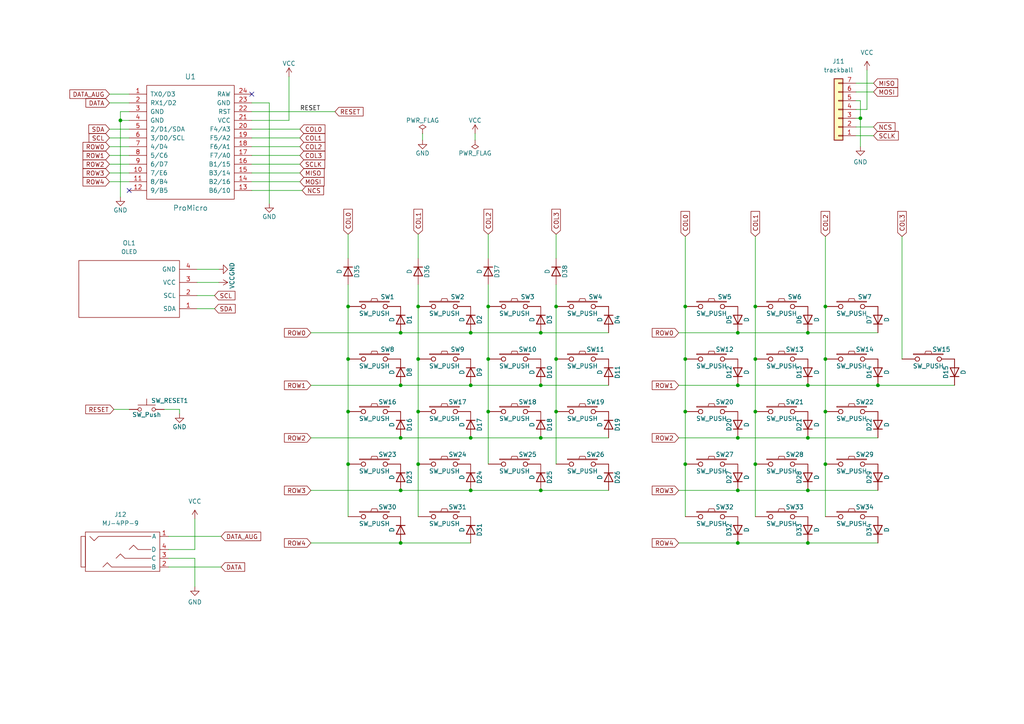
<source format=kicad_sch>
(kicad_sch (version 20230121) (generator eeschema)
  (paper "A4")
  (lib_symbols
    (symbol "Connector_Generic:Conn_01x07" (pin_names (offset 1.016) hide)
      (property "Reference" "J" (at 0 10.16 0))
      (property "Value" "Conn_01x07" (at 0 -10.16 0))
      (symbol "Conn_01x07_1_1"
        (rectangle (start -1.27 -7.493) (end 0 -7.747) (stroke (width 0.1524)))
        (rectangle (start -1.27 -4.953) (end 0 -5.207) (stroke (width 0.1524)))
        (rectangle (start -1.27 -2.413) (end 0 -2.667) (stroke (width 0.1524)))
        (rectangle (start -1.27 0.127) (end 0 -0.127) (stroke (width 0.1524)))
        (rectangle (start -1.27 2.667) (end 0 2.413) (stroke (width 0.1524)))
        (rectangle (start -1.27 5.207) (end 0 4.953) (stroke (width 0.1524)))
        (rectangle (start -1.27 7.747) (end 0 7.493) (stroke (width 0.1524)))
        (rectangle (start -1.27 8.89) (end 1.27 -8.89) (stroke (width 0.254)) (fill (type background)))
        (pin passive line (at -5.08 7.62 0) (length 3.81) (name "Pin_1") (number "1"))
        (pin passive line (at -5.08 5.08 0) (length 3.81) (name "Pin_2") (number "2"))
        (pin passive line (at -5.08 2.54 0) (length 3.81) (name "Pin_3") (number "3"))
        (pin passive line (at -5.08 0 0) (length 3.81) (name "Pin_4") (number "4"))
        (pin passive line (at -5.08 -2.54 0) (length 3.81) (name "Pin_5") (number "5"))
        (pin passive line (at -5.08 -5.08 0) (length 3.81) (name "Pin_6") (number "6"))
        (pin passive line (at -5.08 -7.62 0) (length 3.81) (name "Pin_7") (number "7"))
      )
    )
    (symbol "Device:D" (pin_numbers hide) (pin_names (offset 1.016) hide)
      (property "Reference" "D" (at 0 2.54 0))
      (property "Value" "D" (at 0 -2.54 0))
      (symbol "D_0_1"
        (polyline (pts (xy -1.27 1.27) (xy -1.27 -1.27)) (stroke (width 0.254)))
        (polyline (pts (xy 1.27 0) (xy -1.27 0)))
        (polyline (pts (xy 1.27 1.27) (xy 1.27 -1.27) (xy -1.27 0) (xy 1.27 1.27)) (stroke (width 0.254)))
      )
      (symbol "D_1_1"
        (pin passive line (at -3.81 0 0) (length 2.54) (name "K") (number "1"))
        (pin passive line (at 3.81 0 180) (length 2.54) (name "A") (number "2"))
      )
    )
    (symbol "MJ-4PP-9:MJ-4PP-9" (pin_names (offset 1.016))
      (property "Reference" "J" (at 0 7.62 0))
      (property "Value" "MJ-4PP-9" (at 0 -8.89 0))
      (symbol "MJ-4PP-9_0_1"
        (rectangle (start -10.16 3.81) (end -11.43 -5.08))
        (polyline (pts (xy 8.89 -5.08) (xy -2.54 -5.08) (xy -3.81 -3.81) (xy -5.08 -5.08)))
        (polyline (pts (xy 8.89 -2.54) (xy 1.27 -2.54) (xy 0 -1.27) (xy -1.27 -2.54)))
        (polyline (pts (xy 8.89 0) (xy 5.08 0) (xy 3.81 1.27) (xy 2.54 0)))
        (polyline (pts (xy 8.89 3.81) (xy -6.35 3.81) (xy -7.62 2.54) (xy -8.89 3.81)))
        (rectangle (start 11.43 5.08) (end -10.16 -6.35))
      )
      (symbol "MJ-4PP-9_1_1"
        (pin input line (at 13.97 3.81 180) (length 2.54) (name "A") (number "1"))
        (pin input line (at 13.97 -5.08 180) (length 2.54) (name "B") (number "2"))
        (pin input line (at 13.97 -2.54 180) (length 2.54) (name "C") (number "3"))
        (pin input line (at 13.97 0 180) (length 2.54) (name "D") (number "4"))
      )
    )
    (symbol "Switch:SW_Push" (pin_numbers hide) (pin_names (offset 1.016) hide)
      (property "Reference" "SW" (at 1.27 2.54 0))
      (property "Value" "SW_Push" (at 0 -1.524 0))
      (symbol "SW_Push_0_1"
        (circle (center -2.032 0) (radius 0.508))
        (polyline (pts (xy 0 1.27) (xy 0 3.048)))
        (polyline (pts (xy 2.54 1.27) (xy -2.54 1.27)))
        (circle (center 2.032 0) (radius 0.508))
        (pin passive line (at -5.08 0 0) (length 2.54) (name "1") (number "1"))
        (pin passive line (at 5.08 0 180) (length 2.54) (name "2") (number "2"))
      )
    )
    (symbol "kbd:OLED" (pin_names (offset 1.016))
      (property "Reference" "OL" (at 0 2.54 0))
      (property "Value" "OLED" (at 0 -1.27 0))
      (symbol "OLED_0_1"
        (rectangle (start -13.97 8.89) (end 15.24 -7.62))
      )
      (symbol "OLED_1_1"
        (pin bidirectional line (at -19.05 6.35 0) (length 5.08) (name "SDA") (number "1"))
        (pin bidirectional line (at -19.05 2.54 0) (length 5.08) (name "SCL") (number "2"))
        (pin power_in line (at -19.05 -1.27 0) (length 5.08) (name "VCC") (number "3"))
        (pin power_in line (at -19.05 -5.08 0) (length 5.08) (name "GND") (number "4"))
      )
    )
    (symbol "kbd:ProMicro" (pin_names (offset 1.016))
      (property "Reference" "U" (at 0 19.05 0))
      (property "Value" "ProMicro" (at 0 -19.05 0))
      (symbol "ProMicro_0_1"
        (rectangle (start -12.7 16.51) (end 12.7 -16.51))
      )
      (symbol "ProMicro_1_1"
        (pin bidirectional line (at -17.78 13.97 0) (length 5.08) (name "TX0/D3") (number "1"))
        (pin bidirectional line (at -17.78 -8.89 0) (length 5.08) (name "7/E6") (number "10"))
        (pin bidirectional line (at -17.78 -11.43 0) (length 5.08) (name "8/B4") (number "11"))
        (pin bidirectional line (at -17.78 -13.97 0) (length 5.08) (name "9/B5") (number "12"))
        (pin bidirectional line (at 17.78 -13.97 180) (length 5.08) (name "B6/10") (number "13"))
        (pin bidirectional line (at 17.78 -11.43 180) (length 5.08) (name "B2/16") (number "14"))
        (pin bidirectional line (at 17.78 -8.89 180) (length 5.08) (name "B3/14") (number "15"))
        (pin bidirectional line (at 17.78 -6.35 180) (length 5.08) (name "B1/15") (number "16"))
        (pin bidirectional line (at 17.78 -3.81 180) (length 5.08) (name "F7/A0") (number "17"))
        (pin bidirectional line (at 17.78 -1.27 180) (length 5.08) (name "F6/A1") (number "18"))
        (pin bidirectional line (at 17.78 1.27 180) (length 5.08) (name "F5/A2") (number "19"))
        (pin bidirectional line (at -17.78 11.43 0) (length 5.08) (name "RX1/D2") (number "2"))
        (pin bidirectional line (at 17.78 3.81 180) (length 5.08) (name "F4/A3") (number "20"))
        (pin power_in line (at 17.78 6.35 180) (length 5.08) (name "VCC") (number "21"))
        (pin input line (at 17.78 8.89 180) (length 5.08) (name "RST") (number "22"))
        (pin power_in line (at 17.78 11.43 180) (length 5.08) (name "GND") (number "23"))
        (pin power_out line (at 17.78 13.97 180) (length 5.08) (name "RAW") (number "24"))
        (pin power_in line (at -17.78 8.89 0) (length 5.08) (name "GND") (number "3"))
        (pin power_in line (at -17.78 6.35 0) (length 5.08) (name "GND") (number "4"))
        (pin bidirectional line (at -17.78 3.81 0) (length 5.08) (name "2/D1/SDA") (number "5"))
        (pin bidirectional line (at -17.78 1.27 0) (length 5.08) (name "3/D0/SCL") (number "6"))
        (pin bidirectional line (at -17.78 -1.27 0) (length 5.08) (name "4/D4") (number "7"))
        (pin bidirectional line (at -17.78 -3.81 0) (length 5.08) (name "5/C6") (number "8"))
        (pin bidirectional line (at -17.78 -6.35 0) (length 5.08) (name "6/D7") (number "9"))
      )
    )
    (symbol "kbd:SW_PUSH" (pin_numbers hide) (pin_names (offset 1.016) hide)
      (property "Reference" "SW" (at 3.81 2.794 0))
      (property "Value" "SW_PUSH" (at 0 -2.032 0))
      (symbol "SW_PUSH_0_1"
        (rectangle (start -4.318 1.27) (end 4.318 1.524))
        (polyline (pts (xy -1.016 1.524) (xy -0.762 2.286) (xy 0.762 2.286) (xy 1.016 1.524)))
        (pin passive inverted (at -7.62 0 0) (length 5.08) (name "1") (number "1"))
        (pin passive inverted (at 7.62 0 180) (length 5.08) (name "2") (number "2"))
      )
    )
    (symbol "power:GND" (power) (pin_names (offset 0))
      (property "Value" "GND" (at 0 -3.81 0))
      (symbol "GND_0_1"
        (polyline (pts (xy 0 0) (xy 0 -1.27) (xy 1.27 -1.27) (xy 0 -2.54) (xy -1.27 -1.27) (xy 0 -1.27)))
      )
      (symbol "GND_1_1"
        (pin power_in line (at 0 0 270) (length 0) hide (name "GND") (number "1"))
      )
    )
    (symbol "power:PWR_FLAG" (power) (pin_numbers hide) (pin_names (offset 0) hide)
      (property "Value" "PWR_FLAG" (at 0 3.81 0))
      (symbol "PWR_FLAG_0_0"
        (pin power_out line (at 0 0 90) (length 0) (name "pwr") (number "1"))
      )
      (symbol "PWR_FLAG_0_1"
        (polyline (pts (xy 0 0) (xy 0 1.27) (xy -1.016 1.905) (xy 0 2.54) (xy 1.016 1.905) (xy 0 1.27)))
      )
    )
    (symbol "power:VCC" (power) (pin_names (offset 0))
      (property "Value" "VCC" (at 0 3.81 0))
      (symbol "VCC_0_1"
        (polyline (pts (xy -0.762 1.27) (xy 0 2.54)))
        (polyline (pts (xy 0 0) (xy 0 2.54)))
        (polyline (pts (xy 0 2.54) (xy 0.762 1.27)))
      )
      (symbol "VCC_1_1"
        (pin power_in line (at 0 0 90) (length 0) hide (name "VCC") (number "1"))
      )
    )
  )
  (junction (at 198.755 134.62))
  (junction (at 136.525 96.52))
  (junction (at 213.995 142.24))
  (junction (at 156.845 96.52))
  (junction (at 116.205 96.52))
  (junction (at 239.395 134.62))
  (junction (at 141.605 88.9))
  (junction (at 121.285 104.14))
  (junction (at 141.605 119.38))
  (junction (at 234.315 111.76))
  (junction (at 100.965 104.14))
  (junction (at 234.315 96.52))
  (junction (at 161.29 119.38))
  (junction (at 198.755 104.14))
  (junction (at 136.525 111.76))
  (junction (at 213.995 111.76))
  (junction (at 116.205 127))
  (junction (at 116.205 157.48))
  (junction (at 213.995 127))
  (junction (at 219.075 104.14))
  (junction (at 239.395 119.38))
  (junction (at 34.925 34.925))
  (junction (at 239.395 104.14))
  (junction (at 136.525 127))
  (junction (at 234.315 142.24))
  (junction (at 161.29 88.9))
  (junction (at 156.845 127))
  (junction (at 239.395 88.9))
  (junction (at 100.965 88.9))
  (junction (at 234.315 157.48))
  (junction (at 121.285 134.62))
  (junction (at 219.075 88.9))
  (junction (at 249.555 34.29))
  (junction (at 219.075 134.62))
  (junction (at 213.995 96.52))
  (junction (at 121.285 88.9))
  (junction (at 116.205 111.76))
  (junction (at 100.965 119.38))
  (junction (at 219.075 119.38))
  (junction (at 254.635 111.76))
  (junction (at 213.995 157.48))
  (junction (at 156.845 111.76))
  (junction (at 161.29 104.14))
  (junction (at 141.605 104.14))
  (junction (at 100.965 134.62))
  (junction (at 116.205 142.24))
  (junction (at 198.755 88.9))
  (junction (at 156.845 142.24))
  (junction (at 136.525 142.24))
  (junction (at 121.285 119.38))
  (junction (at 234.315 127))
  (junction (at 198.755 119.38))
  (no_connect (at 37.465 55.245))
  (no_connect (at 73.025 27.305))
  (wire (pts (xy 100.965 104.14) (xy 100.965 119.38)))
  (wire (pts (xy 141.605 82.55) (xy 141.605 88.9)))
  (wire (pts (xy 31.75 29.845) (xy 37.465 29.845)))
  (wire (pts (xy 31.75 42.545) (xy 37.465 42.545)))
  (wire (pts (xy 73.025 52.705) (xy 86.995 52.705)))
  (wire (pts (xy 63.5 81.915) (xy 57.15 81.915)))
  (wire (pts (xy 156.845 111.76) (xy 176.53 111.76)))
  (wire (pts (xy 31.75 27.305) (xy 37.465 27.305)))
  (wire (pts (xy 161.29 67.945) (xy 161.29 74.93)))
  (wire (pts (xy 100.965 88.9) (xy 100.965 104.14)))
  (wire (pts (xy 31.75 47.625) (xy 37.465 47.625)))
  (wire (pts (xy 116.205 127) (xy 136.525 127)))
  (wire (pts (xy 141.605 104.14) (xy 141.605 119.38)))
  (wire (pts (xy 198.755 88.9) (xy 198.755 104.14)))
  (wire (pts (xy 253.365 26.67) (xy 248.285 26.67)))
  (wire (pts (xy 219.075 88.9) (xy 219.075 104.14)))
  (wire (pts (xy 83.82 34.925) (xy 73.025 34.925)))
  (wire (pts (xy 141.605 88.9) (xy 141.605 104.14)))
  (wire (pts (xy 100.965 74.93) (xy 100.965 67.945)))
  (wire (pts (xy 121.285 119.38) (xy 121.285 134.62)))
  (wire (pts (xy 161.29 88.9) (xy 161.29 104.14)))
  (wire (pts (xy 248.285 34.29) (xy 249.555 34.29)))
  (wire (pts (xy 156.845 96.52) (xy 176.53 96.52)))
  (wire (pts (xy 100.965 134.62) (xy 100.965 149.86)))
  (wire (pts (xy 198.755 119.38) (xy 198.755 134.62)))
  (wire (pts (xy 121.285 104.14) (xy 121.285 119.38)))
  (wire (pts (xy 251.46 31.75) (xy 251.46 20.32)))
  (wire (pts (xy 234.315 96.52) (xy 254.635 96.52)))
  (wire (pts (xy 136.525 142.24) (xy 156.845 142.24)))
  (wire (pts (xy 248.285 31.75) (xy 251.46 31.75)))
  (wire (pts (xy 196.85 111.76) (xy 213.995 111.76)))
  (wire (pts (xy 196.85 96.52) (xy 213.995 96.52)))
  (wire (pts (xy 248.285 29.21) (xy 249.555 29.21)))
  (wire (pts (xy 213.995 127) (xy 234.315 127)))
  (wire (pts (xy 73.025 45.085) (xy 86.995 45.085)))
  (wire (pts (xy 156.845 127) (xy 176.53 127)))
  (wire (pts (xy 196.85 142.24) (xy 213.995 142.24)))
  (wire (pts (xy 219.075 119.38) (xy 219.075 134.62)))
  (wire (pts (xy 249.555 29.21) (xy 249.555 34.29)))
  (wire (pts (xy 47.625 118.745) (xy 52.07 118.745)))
  (wire (pts (xy 90.17 111.76) (xy 116.205 111.76)))
  (wire (pts (xy 31.75 50.165) (xy 37.465 50.165)))
  (wire (pts (xy 219.075 68.58) (xy 219.075 88.9)))
  (wire (pts (xy 213.995 157.48) (xy 234.315 157.48)))
  (wire (pts (xy 90.17 142.24) (xy 116.205 142.24)))
  (wire (pts (xy 122.555 40.64) (xy 122.555 38.735)))
  (wire (pts (xy 137.795 38.735) (xy 137.795 40.64)))
  (wire (pts (xy 34.925 34.925) (xy 37.465 34.925)))
  (wire (pts (xy 90.17 96.52) (xy 116.205 96.52)))
  (wire (pts (xy 90.17 127) (xy 116.205 127)))
  (wire (pts (xy 198.755 134.62) (xy 198.755 149.86)))
  (wire (pts (xy 136.525 111.76) (xy 156.845 111.76)))
  (wire (pts (xy 196.85 127) (xy 213.995 127)))
  (wire (pts (xy 141.605 74.93) (xy 141.605 67.945)))
  (wire (pts (xy 83.82 22.225) (xy 83.82 34.925)))
  (wire (pts (xy 253.365 24.13) (xy 248.285 24.13)))
  (wire (pts (xy 161.29 82.55) (xy 161.29 88.9)))
  (wire (pts (xy 31.75 37.465) (xy 37.465 37.465)))
  (wire (pts (xy 73.025 37.465) (xy 86.995 37.465)))
  (wire (pts (xy 73.025 40.005) (xy 86.995 40.005)))
  (wire (pts (xy 136.525 96.52) (xy 156.845 96.52)))
  (wire (pts (xy 253.365 36.83) (xy 248.285 36.83)))
  (wire (pts (xy 73.025 32.385) (xy 97.155 32.385)))
  (wire (pts (xy 48.895 159.385) (xy 56.515 159.385)))
  (wire (pts (xy 31.75 40.005) (xy 37.465 40.005)))
  (wire (pts (xy 239.395 134.62) (xy 239.395 149.86)))
  (wire (pts (xy 121.285 82.55) (xy 121.285 88.9)))
  (wire (pts (xy 62.23 89.535) (xy 57.15 89.535)))
  (wire (pts (xy 234.315 111.76) (xy 254.635 111.76)))
  (wire (pts (xy 37.465 32.385) (xy 34.925 32.385)))
  (wire (pts (xy 234.315 157.48) (xy 254.635 157.48)))
  (wire (pts (xy 219.075 134.62) (xy 219.075 149.86)))
  (wire (pts (xy 33.02 118.745) (xy 37.465 118.745)))
  (wire (pts (xy 48.895 161.925) (xy 56.515 161.925)))
  (wire (pts (xy 239.395 88.9) (xy 239.395 104.14)))
  (wire (pts (xy 48.895 164.465) (xy 64.135 164.465)))
  (wire (pts (xy 73.025 42.545) (xy 86.995 42.545)))
  (wire (pts (xy 63.5 78.105) (xy 57.15 78.105)))
  (wire (pts (xy 239.395 68.58) (xy 239.395 88.9)))
  (wire (pts (xy 73.025 55.245) (xy 87.63 55.245)))
  (wire (pts (xy 31.75 52.705) (xy 37.465 52.705)))
  (wire (pts (xy 73.025 50.165) (xy 86.995 50.165)))
  (wire (pts (xy 34.925 32.385) (xy 34.925 34.925)))
  (wire (pts (xy 161.29 104.14) (xy 161.29 119.38)))
  (wire (pts (xy 121.285 134.62) (xy 121.285 149.86)))
  (wire (pts (xy 198.755 104.14) (xy 198.755 119.38)))
  (wire (pts (xy 213.995 96.52) (xy 234.315 96.52)))
  (wire (pts (xy 253.365 39.37) (xy 248.285 39.37)))
  (wire (pts (xy 219.075 104.14) (xy 219.075 119.38)))
  (wire (pts (xy 136.525 127) (xy 156.845 127)))
  (wire (pts (xy 213.995 142.24) (xy 234.315 142.24)))
  (wire (pts (xy 239.395 104.14) (xy 239.395 119.38)))
  (wire (pts (xy 234.315 142.24) (xy 254.635 142.24)))
  (wire (pts (xy 73.025 47.625) (xy 86.995 47.625)))
  (wire (pts (xy 78.105 29.845) (xy 78.105 59.055)))
  (wire (pts (xy 239.395 119.38) (xy 239.395 134.62)))
  (wire (pts (xy 116.205 142.24) (xy 136.525 142.24)))
  (wire (pts (xy 116.205 111.76) (xy 136.525 111.76)))
  (wire (pts (xy 234.315 127) (xy 254.635 127)))
  (wire (pts (xy 213.995 157.48) (xy 196.85 157.48)))
  (wire (pts (xy 121.285 67.945) (xy 121.285 74.93)))
  (wire (pts (xy 56.515 159.385) (xy 56.515 150.495)))
  (wire (pts (xy 90.17 157.48) (xy 116.205 157.48)))
  (wire (pts (xy 121.285 88.9) (xy 121.285 104.14)))
  (wire (pts (xy 100.965 82.55) (xy 100.965 88.9)))
  (wire (pts (xy 116.205 96.52) (xy 136.525 96.52)))
  (wire (pts (xy 31.75 45.085) (xy 37.465 45.085)))
  (wire (pts (xy 156.845 142.24) (xy 176.53 142.24)))
  (wire (pts (xy 161.29 119.38) (xy 161.29 134.62)))
  (wire (pts (xy 34.925 34.925) (xy 34.925 57.15)))
  (wire (pts (xy 116.205 157.48) (xy 136.525 157.48)))
  (wire (pts (xy 62.23 85.725) (xy 57.15 85.725)))
  (wire (pts (xy 73.025 29.845) (xy 78.105 29.845)))
  (wire (pts (xy 254.635 111.76) (xy 276.86 111.76)))
  (wire (pts (xy 249.555 34.29) (xy 249.555 42.545)))
  (wire (pts (xy 56.515 161.925) (xy 56.515 170.18)))
  (wire (pts (xy 52.07 118.745) (xy 52.07 120.015)))
  (wire (pts (xy 213.995 111.76) (xy 234.315 111.76)))
  (wire (pts (xy 100.965 119.38) (xy 100.965 134.62)))
  (wire (pts (xy 141.605 119.38) (xy 141.605 134.62)))
  (wire (pts (xy 261.62 68.58) (xy 261.62 104.14)))
  (wire (pts (xy 48.895 155.575) (xy 64.135 155.575)))
  (wire (pts (xy 198.755 68.58) (xy 198.755 88.9)))
  (label "RESET" (at 86.995 32.385 0))
  (global_label "ROW2" (shape input) (at 196.85 127 180) (property "Intersheetrefs" "${INTERSHEET_REFS}" (effects hide)))
  (global_label "ROW1" (shape input) (at 196.85 111.76 180) (property "Intersheetrefs" "${INTERSHEET_REFS}" (effects hide)))
  (global_label "MISO" (shape input) (at 253.365 24.13 0) (property "Intersheetrefs" "${INTERSHEET_REFS}" (effects hide)))
  (global_label "SCLK" (shape input) (at 86.995 47.625 0) (property "Intersheetrefs" "${INTERSHEET_REFS}" (effects hide)))
  (global_label "COL3" (shape input) (at 261.62 68.58 90) (property "Intersheetrefs" "${INTERSHEET_REFS}" (effects hide)))
  (global_label "DATA" (shape input) (at 31.75 29.845 180) (property "Intersheetrefs" "${INTERSHEET_REFS}" (effects hide)))
  (global_label "COL2" (shape input) (at 141.605 67.945 90) (property "Intersheetrefs" "${INTERSHEET_REFS}" (effects hide)))
  (global_label "ROW0" (shape input) (at 90.17 96.52 180) (property "Intersheetrefs" "${INTERSHEET_REFS}" (effects hide)))
  (global_label "DATA" (shape input) (at 64.135 164.465 0) (property "Intersheetrefs" "${INTERSHEET_REFS}" (effects hide)))
  (global_label "ROW3" (shape input) (at 90.17 142.24 180) (property "Intersheetrefs" "${INTERSHEET_REFS}" (effects hide)))
  (global_label "ROW3" (shape input) (at 196.85 142.24 180) (property "Intersheetrefs" "${INTERSHEET_REFS}" (effects hide)))
  (global_label "SCLK" (shape input) (at 253.365 39.37 0) (property "Intersheetrefs" "${INTERSHEET_REFS}" (effects hide)))
  (global_label "ROW4" (shape input) (at 196.85 157.48 180) (property "Intersheetrefs" "${INTERSHEET_REFS}" (effects hide)))
  (global_label "COL1" (shape input) (at 121.285 67.945 90) (property "Intersheetrefs" "${INTERSHEET_REFS}" (effects hide)))
  (global_label "ROW1" (shape input) (at 90.17 111.76 180) (property "Intersheetrefs" "${INTERSHEET_REFS}" (effects hide)))
  (global_label "ROW2" (shape input) (at 31.75 47.625 180) (property "Intersheetrefs" "${INTERSHEET_REFS}" (effects hide)))
  (global_label "NCS" (shape input) (at 87.63 55.245 0) (property "Intersheetrefs" "${INTERSHEET_REFS}" (effects hide)))
  (global_label "ROW4" (shape input) (at 90.17 157.48 180) (property "Intersheetrefs" "${INTERSHEET_REFS}" (effects hide)))
  (global_label "ROW0" (shape input) (at 31.75 42.545 180) (property "Intersheetrefs" "${INTERSHEET_REFS}" (effects hide)))
  (global_label "MISO" (shape input) (at 86.995 50.165 0) (property "Intersheetrefs" "${INTERSHEET_REFS}" (effects hide)))
  (global_label "COL2" (shape input) (at 239.395 68.58 90) (property "Intersheetrefs" "${INTERSHEET_REFS}" (effects hide)))
  (global_label "COL0" (shape input) (at 100.965 67.945 90) (property "Intersheetrefs" "${INTERSHEET_REFS}" (effects hide)))
  (global_label "SCL" (shape input) (at 31.75 40.005 180) (property "Intersheetrefs" "${INTERSHEET_REFS}" (effects hide)))
  (global_label "NCS" (shape input) (at 253.365 36.83 0) (property "Intersheetrefs" "${INTERSHEET_REFS}" (effects hide)))
  (global_label "MOSI" (shape input) (at 253.365 26.67 0) (property "Intersheetrefs" "${INTERSHEET_REFS}" (effects hide)))
  (global_label "COL3" (shape input) (at 86.995 45.085 0) (property "Intersheetrefs" "${INTERSHEET_REFS}" (effects hide)))
  (global_label "RESET" (shape input) (at 33.02 118.745 180) (property "Intersheetrefs" "${INTERSHEET_REFS}" (effects hide)))
  (global_label "RESET" (shape input) (at 97.155 32.385 0) (property "Intersheetrefs" "${INTERSHEET_REFS}" (effects hide)))
  (global_label "COL1" (shape input) (at 86.995 40.005 0) (property "Intersheetrefs" "${INTERSHEET_REFS}" (effects hide)))
  (global_label "ROW0" (shape input) (at 196.85 96.52 180) (property "Intersheetrefs" "${INTERSHEET_REFS}" (effects hide)))
  (global_label "COL2" (shape input) (at 86.995 42.545 0) (property "Intersheetrefs" "${INTERSHEET_REFS}" (effects hide)))
  (global_label "COL0" (shape input) (at 86.995 37.465 0) (property "Intersheetrefs" "${INTERSHEET_REFS}" (effects hide)))
  (global_label "ROW2" (shape input) (at 90.17 127 180) (property "Intersheetrefs" "${INTERSHEET_REFS}" (effects hide)))
  (global_label "COL0" (shape input) (at 198.755 68.58 90) (property "Intersheetrefs" "${INTERSHEET_REFS}" (effects hide)))
  (global_label "SDA" (shape input) (at 62.23 89.535 0) (property "Intersheetrefs" "${INTERSHEET_REFS}" (effects hide)))
  (global_label "ROW4" (shape input) (at 31.75 52.705 180) (property "Intersheetrefs" "${INTERSHEET_REFS}" (effects hide)))
  (global_label "COL3" (shape input) (at 161.29 67.945 90) (property "Intersheetrefs" "${INTERSHEET_REFS}" (effects hide)))
  (global_label "DATA_AUG" (shape input) (at 31.75 27.305 180) (property "Intersheetrefs" "${INTERSHEET_REFS}" (effects hide)))
  (global_label "ROW1" (shape input) (at 31.75 45.085 180) (property "Intersheetrefs" "${INTERSHEET_REFS}" (effects hide)))
  (global_label "COL1" (shape input) (at 219.075 68.58 90) (property "Intersheetrefs" "${INTERSHEET_REFS}" (effects hide)))
  (global_label "MOSI" (shape input) (at 86.995 52.705 0) (property "Intersheetrefs" "${INTERSHEET_REFS}" (effects hide)))
  (global_label "SDA" (shape input) (at 31.75 37.465 180) (property "Intersheetrefs" "${INTERSHEET_REFS}" (effects hide)))
  (global_label "ROW3" (shape input) (at 31.75 50.165 180) (property "Intersheetrefs" "${INTERSHEET_REFS}" (effects hide)))
  (global_label "SCL" (shape input) (at 62.23 85.725 0) (property "Intersheetrefs" "${INTERSHEET_REFS}" (effects hide)))
  (global_label "DATA_AUG" (shape input) (at 64.135 155.575 0) (property "Intersheetrefs" "${INTERSHEET_REFS}" (effects hide)))
  (symbol (lib_id "Device:D") (at 234.315 92.71 90) (unit 1)
    (property "Reference" "D6" (at 231.775 92.71 0))
    (property "Value" "D" (at 236.855 92.71 0))
    (property "Footprint" "kbd:D3_SMD_v2" (effects hide))
    (property "Sim.Device" "D" (effects hide))
    (property "Sim.Pins" "1=K 2=A" (effects hide))
  )
  (symbol (lib_id "Device:D") (at 136.525 138.43 270) (unit 1)
    (property "Reference" "D24" (at 139.065 138.43 0))
    (property "Value" "D" (at 133.985 138.43 0))
    (property "Footprint" "kbd:D3_SMD_v2" (effects hide))
    (property "Sim.Device" "D" (effects hide))
    (property "Sim.Pins" "1=K 2=A" (effects hide))
  )
  (symbol (lib_id "Device:D") (at 234.315 138.43 90) (unit 1)
    (property "Reference" "D28" (at 231.775 138.43 0))
    (property "Value" "D" (at 236.855 138.43 0))
    (property "Footprint" "kbd:D3_SMD_v2" (effects hide))
    (property "Sim.Device" "D" (effects hide))
    (property "Sim.Pins" "1=K 2=A" (effects hide))
  )
  (symbol (lib_id "kbd:SW_PUSH") (at 108.585 134.62 0) (unit 1)
    (property "Reference" "SW23" (at 112.395 131.826 0))
    (property "Value" "SW_PUSH" (at 108.585 136.652 0))
    (property "Footprint" "keyswitches:Kailh_socket_MX" (effects hide))
  )
  (symbol (lib_id "kbd:ProMicro") (at 55.245 41.275 0) (unit 1)
    (property "Reference" "U1" (at 55.245 22.225 0) (effects (font (size 1.524 1.524))))
    (property "Value" "ProMicro" (at 55.245 60.325 0) (effects (font (size 1.524 1.524))))
    (property "Footprint" "kbd:ProMicro_v3" (effects hide))
  )
  (symbol (lib_id "kbd:SW_PUSH") (at 149.225 119.38 0) (unit 1)
    (property "Reference" "SW18" (at 153.035 116.586 0))
    (property "Value" "SW_PUSH" (at 149.225 121.412 0))
    (property "Footprint" "keyswitches:Kailh_socket_MX" (effects hide))
  )
  (symbol (lib_id "Device:D") (at 254.635 123.19 90) (unit 1)
    (property "Reference" "D22" (at 252.095 123.19 0))
    (property "Value" "D" (at 257.175 123.19 0))
    (property "Footprint" "kbd:D3_SMD_v2" (effects hide))
    (property "Sim.Device" "D" (effects hide))
    (property "Sim.Pins" "1=K 2=A" (effects hide))
  )
  (symbol (lib_id "power:VCC") (at 63.5 81.915 270) (unit 1)
    (property "Reference" "#PWR07" (effects hide))
    (property "Value" "VCC" (at 67.31 81.915 0))
  )
  (symbol (lib_id "Device:D") (at 213.995 138.43 90) (unit 1)
    (property "Reference" "D27" (at 211.455 138.43 0))
    (property "Value" "D" (at 216.535 138.43 0))
    (property "Footprint" "kbd:D3_SMD_v2" (effects hide))
    (property "Sim.Device" "D" (effects hide))
    (property "Sim.Pins" "1=K 2=A" (effects hide))
  )
  (symbol (lib_id "kbd:SW_PUSH") (at 168.91 104.14 0) (unit 1)
    (property "Reference" "SW11" (at 172.72 101.346 0))
    (property "Value" "SW_PUSH" (at 168.91 106.172 0))
    (property "Footprint" "keyswitches:Kailh_socket_MX" (effects hide))
  )
  (symbol (lib_id "kbd:SW_PUSH") (at 128.905 88.9 0) (unit 1)
    (property "Reference" "SW2" (at 132.715 86.106 0))
    (property "Value" "SW_PUSH" (at 128.905 90.932 0))
    (property "Footprint" "keyswitches:Kailh_socket_MX" (effects hide))
  )
  (symbol (lib_id "Device:D") (at 156.845 92.71 270) (unit 1)
    (property "Reference" "D3" (at 159.385 92.71 0))
    (property "Value" "D" (at 154.305 92.71 0))
    (property "Footprint" "kbd:D3_SMD_v2" (effects hide))
    (property "Sim.Device" "D" (effects hide))
    (property "Sim.Pins" "1=K 2=A" (effects hide))
  )
  (symbol (lib_id "power:VCC") (at 56.515 150.495 0) (unit 1)
    (property "Reference" "#PWR09" (effects hide))
    (property "Value" "VCC" (at 56.515 145.415 0))
  )
  (symbol (lib_id "kbd:SW_PUSH") (at 168.91 134.62 0) (unit 1)
    (property "Reference" "SW26" (at 172.72 131.826 0))
    (property "Value" "SW_PUSH" (at 168.91 136.652 0))
    (property "Footprint" "keyswitches:Kailh_socket_MX" (effects hide))
  )
  (symbol (lib_id "power:GND") (at 249.555 42.545 0) (unit 1)
    (property "Reference" "#PWR012" (effects hide))
    (property "Value" "GND" (at 249.555 46.99 0))
  )
  (symbol (lib_id "Device:D") (at 116.205 123.19 270) (unit 1)
    (property "Reference" "D16" (at 118.745 123.19 0))
    (property "Value" "D" (at 113.665 123.19 0))
    (property "Footprint" "kbd:D3_SMD_v2" (effects hide))
    (property "Sim.Device" "D" (effects hide))
    (property "Sim.Pins" "1=K 2=A" (effects hide))
  )
  (symbol (lib_id "kbd:SW_PUSH") (at 226.695 134.62 0) (unit 1)
    (property "Reference" "SW28" (at 230.505 131.826 0))
    (property "Value" "SW_PUSH" (at 226.695 136.652 0))
    (property "Footprint" "keyswitches:Kailh_socket_MX" (effects hide))
  )
  (symbol (lib_id "kbd:SW_PUSH") (at 206.375 88.9 0) (unit 1)
    (property "Reference" "SW5" (at 210.185 86.106 0))
    (property "Value" "SW_PUSH" (at 206.375 90.932 0))
    (property "Footprint" "keyswitches:Kailh_socket_MX" (effects hide))
  )
  (symbol (lib_id "Device:D") (at 141.605 78.74 270) (unit 1)
    (property "Reference" "D37" (at 144.145 78.74 0))
    (property "Value" "D" (at 139.065 78.74 0))
    (property "Footprint" "kbd:D3_SMD_v2" (effects hide))
    (property "Sim.Device" "D" (effects hide))
    (property "Sim.Pins" "1=K 2=A" (effects hide))
  )
  (symbol (lib_id "power:GND") (at 34.925 57.15 0) (unit 1)
    (property "Reference" "#PWR04" (effects hide))
    (property "Value" "GND" (at 34.925 60.96 0))
  )
  (symbol (lib_id "kbd:SW_PUSH") (at 168.91 119.38 0) (unit 1)
    (property "Reference" "SW19" (at 172.72 116.586 0))
    (property "Value" "SW_PUSH" (at 168.91 121.412 0))
    (property "Footprint" "keyswitches:Kailh_socket_MX" (effects hide))
  )
  (symbol (lib_id "power:PWR_FLAG") (at 122.555 38.735 0) (unit 1)
    (property "Reference" "#FLG01" (effects hide))
    (property "Value" "PWR_FLAG" (at 122.555 34.925 0))
  )
  (symbol (lib_id "kbd:SW_PUSH") (at 226.695 149.86 0) (unit 1)
    (property "Reference" "SW33" (at 230.505 147.066 0))
    (property "Value" "SW_PUSH" (at 226.695 151.892 0))
    (property "Footprint" "keyswitches:Kailh_socket_MX" (effects hide))
  )
  (symbol (lib_id "kbd:SW_PUSH") (at 108.585 119.38 0) (unit 1)
    (property "Reference" "SW16" (at 112.395 116.586 0))
    (property "Value" "SW_PUSH" (at 108.585 121.412 0))
    (property "Footprint" "keyswitches:Kailh_socket_MX" (effects hide))
  )
  (symbol (lib_id "Connector_Generic:Conn_01x07") (at 243.205 31.75 180) (unit 1)
    (property "Reference" "J11" (at 243.205 17.78 0))
    (property "Value" "trackball" (at 243.205 20.32 0))
    (property "Footprint" "tsuburin-keyboard:keyball_trackball" (effects hide))
  )
  (symbol (lib_id "Device:D") (at 100.965 78.74 270) (unit 1)
    (property "Reference" "D35" (at 103.505 78.74 0))
    (property "Value" "D" (at 98.425 78.74 0))
    (property "Footprint" "kbd:D3_SMD_v2" (effects hide))
    (property "Sim.Device" "D" (effects hide))
    (property "Sim.Pins" "1=K 2=A" (effects hide))
  )
  (symbol (lib_id "Device:D") (at 116.205 153.67 270) (unit 1)
    (property "Reference" "D30" (effects hide))
    (property "Value" "D" (at 113.665 153.67 0))
    (property "Footprint" "kbd:D3_SMD_v2" (effects hide))
    (property "Sim.Device" "D" (effects hide))
    (property "Sim.Pins" "1=K 2=A" (effects hide))
  )
  (symbol (lib_id "Device:D") (at 276.86 107.95 90) (unit 1)
    (property "Reference" "D15" (at 274.32 107.95 0))
    (property "Value" "D" (at 279.4 107.95 0))
    (property "Footprint" "kbd:D3_SMD_v2" (effects hide))
    (property "Sim.Device" "D" (effects hide))
    (property "Sim.Pins" "1=K 2=A" (effects hide))
  )
  (symbol (lib_id "kbd:SW_PUSH") (at 128.905 149.86 0) (unit 1)
    (property "Reference" "SW31" (at 132.715 147.066 0))
    (property "Value" "SW_PUSH" (at 128.905 151.892 0))
    (property "Footprint" "tsuburin-keyboard:CherryMX_Choc_Hotswap" (effects hide))
  )
  (symbol (lib_id "Device:D") (at 213.995 153.67 90) (unit 1)
    (property "Reference" "D32" (at 211.455 153.67 0))
    (property "Value" "D" (at 216.535 153.67 0))
    (property "Footprint" "kbd:D3_SMD_v2" (effects hide))
    (property "Sim.Device" "D" (effects hide))
    (property "Sim.Pins" "1=K 2=A" (effects hide))
  )
  (symbol (lib_id "MJ-4PP-9:MJ-4PP-9") (at 34.925 159.385 0) (unit 1)
    (property "Reference" "J12" (at 34.925 149.225 0))
    (property "Value" "MJ-4PP-9" (at 34.925 151.765 0))
    (property "Footprint" "MJ-4PP-9:MJ-4PP-9" (effects hide))
  )
  (symbol (lib_id "kbd:SW_PUSH") (at 206.375 149.86 0) (unit 1)
    (property "Reference" "SW32" (at 210.185 147.066 0))
    (property "Value" "SW_PUSH" (at 206.375 151.892 0))
    (property "Footprint" "keyswitches:Kailh_socket_MX" (effects hide))
  )
  (symbol (lib_id "kbd:SW_PUSH") (at 247.015 88.9 0) (unit 1)
    (property "Reference" "SW7" (at 250.825 86.106 0))
    (property "Value" "SW_PUSH" (at 247.015 90.932 0))
    (property "Footprint" "keyswitches:Kailh_socket_MX" (effects hide))
  )
  (symbol (lib_id "Device:D") (at 254.635 107.95 90) (unit 1)
    (property "Reference" "D14" (at 252.095 107.95 0))
    (property "Value" "D" (at 257.175 107.95 0))
    (property "Footprint" "kbd:D3_SMD_v2" (effects hide))
    (property "Sim.Device" "D" (effects hide))
    (property "Sim.Pins" "1=K 2=A" (effects hide))
  )
  (symbol (lib_id "Switch:SW_Push") (at 42.545 118.745 0) (unit 1)
    (property "Reference" "SW_RESET1" (at 43.815 116.205 0) (effects (justify left)))
    (property "Value" "SW_Push" (at 42.545 120.269 0))
    (property "Footprint" "kbd:ResetSW_1side" (effects hide))
  )
  (symbol (lib_id "Device:D") (at 234.315 123.19 90) (unit 1)
    (property "Reference" "D21" (at 231.775 123.19 0))
    (property "Value" "D" (at 236.855 123.19 0))
    (property "Footprint" "kbd:D3_SMD_v2" (effects hide))
    (property "Sim.Device" "D" (effects hide))
    (property "Sim.Pins" "1=K 2=A" (effects hide))
  )
  (symbol (lib_id "power:GND") (at 63.5 78.105 90) (unit 1)
    (property "Reference" "#PWR06" (effects hide))
    (property "Value" "GND" (at 67.31 78.105 0))
  )
  (symbol (lib_id "Device:D") (at 156.845 123.19 270) (unit 1)
    (property "Reference" "D18" (at 159.385 123.19 0))
    (property "Value" "D" (at 154.305 123.19 0))
    (property "Footprint" "kbd:D3_SMD_v2" (effects hide))
    (property "Sim.Device" "D" (effects hide))
    (property "Sim.Pins" "1=K 2=A" (effects hide))
  )
  (symbol (lib_id "kbd:SW_PUSH") (at 128.905 134.62 0) (unit 1)
    (property "Reference" "SW24" (at 132.715 131.826 0))
    (property "Value" "SW_PUSH" (at 128.905 136.652 0))
    (property "Footprint" "keyswitches:Kailh_socket_MX" (effects hide))
  )
  (symbol (lib_id "Device:D") (at 213.995 107.95 90) (unit 1)
    (property "Reference" "D12" (at 211.455 107.95 0))
    (property "Value" "D" (at 216.535 107.95 0))
    (property "Footprint" "kbd:D3_SMD_v2" (effects hide))
    (property "Sim.Device" "D" (effects hide))
    (property "Sim.Pins" "1=K 2=A" (effects hide))
  )
  (symbol (lib_id "Device:D") (at 121.285 78.74 270) (unit 1)
    (property "Reference" "D36" (at 123.825 78.74 0))
    (property "Value" "D" (at 118.745 78.74 0))
    (property "Footprint" "kbd:D3_SMD_v2" (effects hide))
    (property "Sim.Device" "D" (effects hide))
    (property "Sim.Pins" "1=K 2=A" (effects hide))
  )
  (symbol (lib_id "kbd:OLED") (at 38.1 83.185 180) (unit 1)
    (property "Reference" "OL1" (at 37.465 70.485 0) (effects (font (size 1.2954 1.2954))))
    (property "Value" "OLED" (at 37.465 73.025 0) (effects (font (size 1.1938 1.1938))))
    (property "Footprint" "kbd:OLED_v2" (effects hide))
  )
  (symbol (lib_id "Device:D") (at 116.205 138.43 270) (unit 1)
    (property "Reference" "D23" (at 118.745 138.43 0))
    (property "Value" "D" (at 113.665 138.43 0))
    (property "Footprint" "kbd:D3_SMD_v2" (effects hide))
    (property "Sim.Device" "D" (effects hide))
    (property "Sim.Pins" "1=K 2=A" (effects hide))
  )
  (symbol (lib_id "kbd:SW_PUSH") (at 247.015 119.38 0) (unit 1)
    (property "Reference" "SW22" (at 250.825 116.586 0))
    (property "Value" "SW_PUSH" (at 247.015 121.412 0))
    (property "Footprint" "keyswitches:Kailh_socket_MX" (effects hide))
  )
  (symbol (lib_id "kbd:SW_PUSH") (at 247.015 104.14 0) (unit 1)
    (property "Reference" "SW14" (at 250.825 101.346 0))
    (property "Value" "SW_PUSH" (at 247.015 106.172 0))
    (property "Footprint" "keyswitches:Kailh_socket_MX" (effects hide))
  )
  (symbol (lib_id "kbd:SW_PUSH") (at 206.375 134.62 0) (unit 1)
    (property "Reference" "SW27" (at 210.185 131.826 0))
    (property "Value" "SW_PUSH" (at 206.375 136.652 0))
    (property "Footprint" "keyswitches:Kailh_socket_MX" (effects hide))
  )
  (symbol (lib_id "Device:D") (at 116.205 107.95 270) (unit 1)
    (property "Reference" "D8" (at 118.745 107.95 0))
    (property "Value" "D" (at 113.665 107.95 0))
    (property "Footprint" "kbd:D3_SMD_v2" (effects hide))
    (property "Sim.Device" "D" (effects hide))
    (property "Sim.Pins" "1=K 2=A" (effects hide))
  )
  (symbol (lib_id "kbd:SW_PUSH") (at 226.695 88.9 0) (unit 1)
    (property "Reference" "SW6" (at 230.505 86.106 0))
    (property "Value" "SW_PUSH" (at 226.695 90.932 0))
    (property "Footprint" "keyswitches:Kailh_socket_MX" (effects hide))
  )
  (symbol (lib_id "Device:D") (at 254.635 92.71 90) (unit 1)
    (property "Reference" "D7" (at 252.095 92.71 0))
    (property "Value" "D" (at 257.175 92.71 0))
    (property "Footprint" "kbd:D3_SMD_v2" (effects hide))
    (property "Sim.Device" "D" (effects hide))
    (property "Sim.Pins" "1=K 2=A" (effects hide))
  )
  (symbol (lib_id "kbd:SW_PUSH") (at 168.91 88.9 0) (unit 1)
    (property "Reference" "SW4" (at 172.72 86.106 0))
    (property "Value" "SW_PUSH" (at 168.91 90.932 0))
    (property "Footprint" "keyswitches:Kailh_socket_MX" (effects hide))
  )
  (symbol (lib_id "kbd:SW_PUSH") (at 149.225 104.14 0) (unit 1)
    (property "Reference" "SW10" (at 153.035 101.346 0))
    (property "Value" "SW_PUSH" (at 149.225 106.172 0))
    (property "Footprint" "keyswitches:Kailh_socket_MX" (effects hide))
  )
  (symbol (lib_id "kbd:SW_PUSH") (at 247.015 134.62 0) (unit 1)
    (property "Reference" "SW29" (at 250.825 131.826 0))
    (property "Value" "SW_PUSH" (at 247.015 136.652 0))
    (property "Footprint" "keyswitches:Kailh_socket_MX" (effects hide))
  )
  (symbol (lib_id "Device:D") (at 176.53 107.95 270) (unit 1)
    (property "Reference" "D11" (at 179.07 107.95 0))
    (property "Value" "D" (at 173.99 107.95 0))
    (property "Footprint" "kbd:D3_SMD_v2" (effects hide))
    (property "Sim.Device" "D" (effects hide))
    (property "Sim.Pins" "1=K 2=A" (effects hide))
  )
  (symbol (lib_id "kbd:SW_PUSH") (at 226.695 119.38 0) (unit 1)
    (property "Reference" "SW21" (at 230.505 116.586 0))
    (property "Value" "SW_PUSH" (at 226.695 121.412 0))
    (property "Footprint" "keyswitches:Kailh_socket_MX" (effects hide))
  )
  (symbol (lib_id "power:GND") (at 56.515 170.18 0) (unit 1)
    (property "Reference" "#PWR010" (effects hide))
    (property "Value" "GND" (at 56.515 174.625 0))
  )
  (symbol (lib_id "kbd:SW_PUSH") (at 226.695 104.14 0) (unit 1)
    (property "Reference" "SW13" (at 230.505 101.346 0))
    (property "Value" "SW_PUSH" (at 226.695 106.172 0))
    (property "Footprint" "keyswitches:Kailh_socket_MX" (effects hide))
  )
  (symbol (lib_id "Device:D") (at 234.315 153.67 90) (unit 1)
    (property "Reference" "D33" (at 231.775 153.67 0))
    (property "Value" "D" (at 236.855 153.67 0))
    (property "Footprint" "kbd:D3_SMD_v2" (effects hide))
    (property "Sim.Device" "D" (effects hide))
    (property "Sim.Pins" "1=K 2=A" (effects hide))
  )
  (symbol (lib_id "kbd:SW_PUSH") (at 128.905 104.14 0) (unit 1)
    (property "Reference" "SW9" (at 132.715 101.346 0))
    (property "Value" "SW_PUSH" (at 128.905 106.172 0))
    (property "Footprint" "keyswitches:Kailh_socket_MX" (effects hide))
  )
  (symbol (lib_id "Device:D") (at 254.635 138.43 90) (unit 1)
    (property "Reference" "D29" (at 252.095 138.43 0))
    (property "Value" "D" (at 257.175 138.43 0))
    (property "Footprint" "kbd:D3_SMD_v2" (effects hide))
    (property "Sim.Device" "D" (effects hide))
    (property "Sim.Pins" "1=K 2=A" (effects hide))
  )
  (symbol (lib_id "Device:D") (at 254.635 153.67 90) (unit 1)
    (property "Reference" "D34" (at 252.095 153.67 0))
    (property "Value" "D" (at 257.175 153.67 0))
    (property "Footprint" "kbd:D3_SMD_v2" (effects hide))
    (property "Sim.Device" "D" (effects hide))
    (property "Sim.Pins" "1=K 2=A" (effects hide))
  )
  (symbol (lib_id "Device:D") (at 136.525 123.19 270) (unit 1)
    (property "Reference" "D17" (at 139.065 123.19 0))
    (property "Value" "D" (at 133.985 123.19 0))
    (property "Footprint" "kbd:D3_SMD_v2" (effects hide))
    (property "Sim.Device" "D" (effects hide))
    (property "Sim.Pins" "1=K 2=A" (effects hide))
  )
  (symbol (lib_id "kbd:SW_PUSH") (at 108.585 88.9 0) (unit 1)
    (property "Reference" "SW1" (at 112.395 86.106 0))
    (property "Value" "SW_PUSH" (at 108.585 90.932 0))
    (property "Footprint" "keyswitches:Kailh_socket_MX" (effects hide))
  )
  (symbol (lib_id "power:PWR_FLAG") (at 137.795 40.64 180) (unit 1)
    (property "Reference" "#FLG02" (effects hide))
    (property "Value" "PWR_FLAG" (at 137.795 44.45 0))
  )
  (symbol (lib_id "Device:D") (at 176.53 92.71 270) (unit 1)
    (property "Reference" "D4" (at 179.07 92.71 0))
    (property "Value" "D" (at 173.99 92.71 0))
    (property "Footprint" "kbd:D3_SMD_v2" (effects hide))
    (property "Sim.Device" "D" (effects hide))
    (property "Sim.Pins" "1=K 2=A" (effects hide))
  )
  (symbol (lib_id "Device:D") (at 161.29 78.74 270) (unit 1)
    (property "Reference" "D38" (at 163.83 78.74 0))
    (property "Value" "D" (at 158.75 78.74 0))
    (property "Footprint" "kbd:D3_SMD_v2" (effects hide))
    (property "Sim.Device" "D" (effects hide))
    (property "Sim.Pins" "1=K 2=A" (effects hide))
  )
  (symbol (lib_id "Device:D") (at 234.315 107.95 90) (unit 1)
    (property "Reference" "D13" (at 231.775 107.95 0))
    (property "Value" "D" (at 236.855 107.95 0))
    (property "Footprint" "kbd:D3_SMD_v2" (effects hide))
    (property "Sim.Device" "D" (effects hide))
    (property "Sim.Pins" "1=K 2=A" (effects hide))
  )
  (symbol (lib_id "Device:D") (at 136.525 92.71 270) (unit 1)
    (property "Reference" "D2" (at 139.065 92.71 0))
    (property "Value" "D" (at 133.985 92.71 0))
    (property "Footprint" "kbd:D3_SMD_v2" (effects hide))
    (property "Sim.Device" "D" (effects hide))
    (property "Sim.Pins" "1=K 2=A" (effects hide))
  )
  (symbol (lib_id "kbd:SW_PUSH") (at 108.585 149.86 0) (unit 1)
    (property "Reference" "SW30" (at 112.395 147.066 0))
    (property "Value" "SW_PUSH" (at 108.585 151.892 0))
    (property "Footprint" "tsuburin-keyboard:CherryMX_Choc_Hotswap" (effects hide))
  )
  (symbol (lib_id "power:GND") (at 52.07 120.015 0) (unit 1)
    (property "Reference" "#PWR08" (effects hide))
    (property "Value" "GND" (at 52.07 123.825 0))
  )
  (symbol (lib_id "power:GND") (at 78.105 59.055 0) (unit 1)
    (property "Reference" "#PWR05" (effects hide))
    (property "Value" "GND" (at 78.105 62.865 0))
  )
  (symbol (lib_id "kbd:SW_PUSH") (at 149.225 88.9 0) (unit 1)
    (property "Reference" "SW3" (at 153.035 86.106 0))
    (property "Value" "SW_PUSH" (at 149.225 90.932 0))
    (property "Footprint" "keyswitches:Kailh_socket_MX" (effects hide))
  )
  (symbol (lib_id "Device:D") (at 136.525 107.95 270) (unit 1)
    (property "Reference" "D9" (at 139.065 107.95 0))
    (property "Value" "D" (at 133.985 107.95 0))
    (property "Footprint" "kbd:D3_SMD_v2" (effects hide))
    (property "Sim.Device" "D" (effects hide))
    (property "Sim.Pins" "1=K 2=A" (effects hide))
  )
  (symbol (lib_id "power:VCC") (at 137.795 38.735 0) (unit 1)
    (property "Reference" "#PWR02" (effects hide))
    (property "Value" "VCC" (at 137.795 34.925 0))
  )
  (symbol (lib_id "Device:D") (at 213.995 92.71 90) (unit 1)
    (property "Reference" "D5" (at 211.455 92.71 0))
    (property "Value" "D" (at 216.535 92.71 0))
    (property "Footprint" "kbd:D3_SMD_v2" (effects hide))
    (property "Sim.Device" "D" (effects hide))
    (property "Sim.Pins" "1=K 2=A" (effects hide))
  )
  (symbol (lib_id "power:GND") (at 122.555 40.64 0) (unit 1)
    (property "Reference" "#PWR03" (effects hide))
    (property "Value" "GND" (at 122.555 44.45 0))
  )
  (symbol (lib_id "kbd:SW_PUSH") (at 108.585 104.14 0) (unit 1)
    (property "Reference" "SW8" (at 112.395 101.346 0))
    (property "Value" "SW_PUSH" (at 108.585 106.172 0))
    (property "Footprint" "keyswitches:Kailh_socket_MX" (effects hide))
  )
  (symbol (lib_id "Device:D") (at 176.53 123.19 270) (unit 1)
    (property "Reference" "D19" (at 179.07 123.19 0))
    (property "Value" "D" (at 173.99 123.19 0))
    (property "Footprint" "kbd:D3_SMD_v2" (effects hide))
    (property "Sim.Device" "D" (effects hide))
    (property "Sim.Pins" "1=K 2=A" (effects hide))
  )
  (symbol (lib_id "Device:D") (at 176.53 138.43 270) (unit 1)
    (property "Reference" "D26" (at 179.07 138.43 0))
    (property "Value" "D" (at 173.99 138.43 0))
    (property "Footprint" "kbd:D3_SMD_v2" (effects hide))
    (property "Sim.Device" "D" (effects hide))
    (property "Sim.Pins" "1=K 2=A" (effects hide))
  )
  (symbol (lib_id "Device:D") (at 156.845 138.43 270) (unit 1)
    (property "Reference" "D25" (at 159.385 138.43 0))
    (property "Value" "D" (at 154.305 138.43 0))
    (property "Footprint" "kbd:D3_SMD_v2" (effects hide))
    (property "Sim.Device" "D" (effects hide))
    (property "Sim.Pins" "1=K 2=A" (effects hide))
  )
  (symbol (lib_id "Device:D") (at 116.205 92.71 270) (unit 1)
    (property "Reference" "D1" (at 118.745 92.71 0))
    (property "Value" "D" (at 113.665 92.71 0))
    (property "Footprint" "kbd:D3_SMD_v2" (effects hide))
    (property "Sim.Device" "D" (effects hide))
    (property "Sim.Pins" "1=K 2=A" (effects hide))
  )
  (symbol (lib_id "kbd:SW_PUSH") (at 206.375 104.14 0) (unit 1)
    (property "Reference" "SW12" (at 210.185 101.346 0))
    (property "Value" "SW_PUSH" (at 206.375 106.172 0))
    (property "Footprint" "keyswitches:Kailh_socket_MX" (effects hide))
  )
  (symbol (lib_id "kbd:SW_PUSH") (at 149.225 134.62 0) (unit 1)
    (property "Reference" "SW25" (at 153.035 131.826 0))
    (property "Value" "SW_PUSH" (at 149.225 136.652 0))
    (property "Footprint" "keyswitches:Kailh_socket_MX" (effects hide))
  )
  (symbol (lib_id "power:VCC") (at 83.82 22.225 0) (unit 1)
    (property "Reference" "#PWR01" (effects hide))
    (property "Value" "VCC" (at 83.82 18.415 0))
  )
  (symbol (lib_id "kbd:SW_PUSH") (at 206.375 119.38 0) (unit 1)
    (property "Reference" "SW20" (at 210.185 116.586 0))
    (property "Value" "SW_PUSH" (at 206.375 121.412 0))
    (property "Footprint" "keyswitches:Kailh_socket_MX" (effects hide))
  )
  (symbol (lib_id "Device:D") (at 136.525 153.67 270) (unit 1)
    (property "Reference" "D31" (at 139.065 153.67 0))
    (property "Value" "D" (at 133.985 153.67 0))
    (property "Footprint" "kbd:D3_SMD_v2" (effects hide))
    (property "Sim.Device" "D" (effects hide))
    (property "Sim.Pins" "1=K 2=A" (effects hide))
  )
  (symbol (lib_id "kbd:SW_PUSH") (at 269.24 104.14 0) (unit 1)
    (property "Reference" "SW15" (at 273.05 101.346 0))
    (property "Value" "SW_PUSH" (at 269.24 106.172 0))
    (property "Footprint" "keyswitches:Kailh_socket_MX" (effects hide))
  )
  (symbol (lib_id "power:VCC") (at 251.46 20.32 0) (unit 1)
    (property "Reference" "#PWR011" (effects hide))
    (property "Value" "VCC" (at 251.46 15.24 0))
  )
  (symbol (lib_id "kbd:SW_PUSH") (at 128.905 119.38 0) (unit 1)
    (property "Reference" "SW17" (at 132.715 116.586 0))
    (property "Value" "SW_PUSH" (at 128.905 121.412 0))
    (property "Footprint" "keyswitches:Kailh_socket_MX" (effects hide))
  )
  (symbol (lib_id "Device:D") (at 156.845 107.95 270) (unit 1)
    (property "Reference" "D10" (at 159.385 107.95 0))
    (property "Value" "D" (at 154.305 107.95 0))
    (property "Footprint" "kbd:D3_SMD_v2" (effects hide))
    (property "Sim.Device" "D" (effects hide))
    (property "Sim.Pins" "1=K 2=A" (effects hide))
  )
  (symbol (lib_id "kbd:SW_PUSH") (at 247.015 149.86 0) (unit 1)
    (property "Reference" "SW34" (at 250.825 147.066 0))
    (property "Value" "SW_PUSH" (at 247.015 151.892 0))
    (property "Footprint" "keyswitches:Kailh_socket_MX" (effects hide))
  )
  (symbol (lib_id "Device:D") (at 213.995 123.19 90) (unit 1)
    (property "Reference" "D20" (at 211.455 123.19 0))
    (property "Value" "D" (at 216.535 123.19 0))
    (property "Footprint" "kbd:D3_SMD_v2" (effects hide))
    (property "Sim.Device" "D" (effects hide))
    (property "Sim.Pins" "1=K 2=A" (effects hide))
  )
)
</source>
